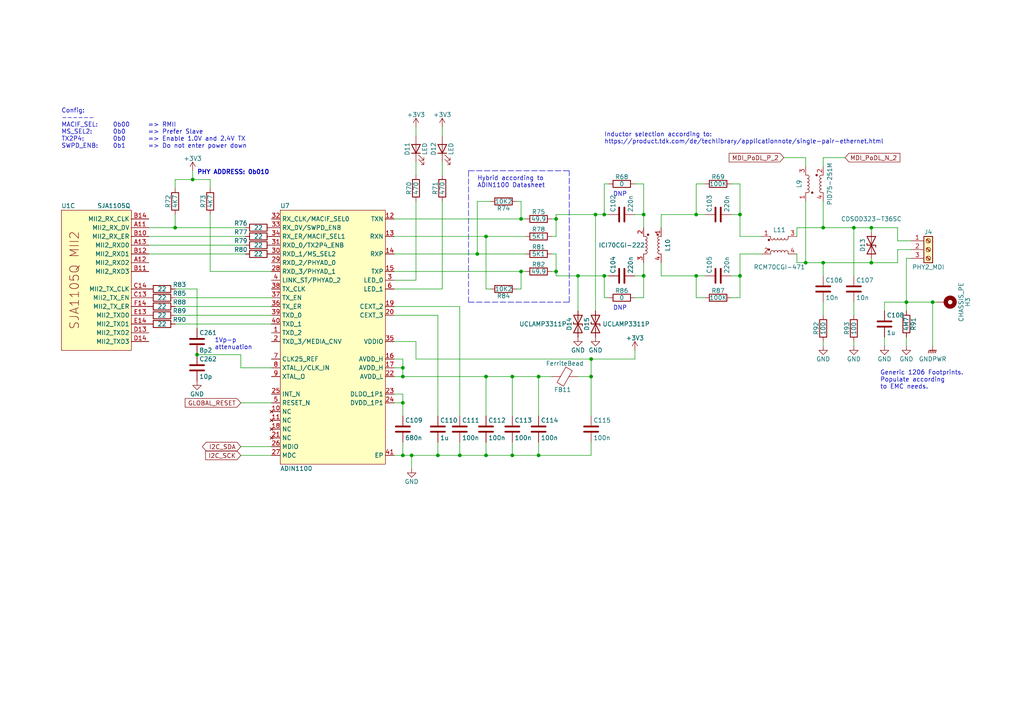
<source format=kicad_sch>
(kicad_sch (version 20211123) (generator eeschema)
  (paper "A4")
  (title_block (title "Open Hardware 10Base-T1L Switch") (date "2023-04-07") (rev "REV A") (company "Peter Heinrich") (comment 1 "Open Hardware License CERN-OHL-P v2") (comment 2 "https://github.com/peterheinrich/Open_10Base-T1L_Switch"))
  (lib_symbols
    (symbol "ADIN1100:ADIN1100"
      (property "Reference" "U" (at 0 1.27 0))
      (property "Value" "ADIN1100" (at 0 -74.93 0))
      (symbol "ADIN1100_1_1"
        (pin input line (at -2.54 -35.56 0) (length 2.54) (name "TXD_2") (number "1"))
        (pin no_connect line (at -2.54 -58.42 0) (length 2.54) (name "NC") (number "10"))
        (pin no_connect line (at -2.54 -60.96 0) (length 2.54) (name "NC") (number "11"))
        (pin bidirectional line (at 33.02 -2.54 180) (length 2.54) (name "TXN") (number "12"))
        (pin bidirectional line (at 33.02 -7.62 180) (length 2.54) (name "RXN") (number "13"))
        (pin bidirectional line (at 33.02 -12.7 180) (length 2.54) (name "RXP") (number "14"))
        (pin bidirectional line (at 33.02 -17.78 180) (length 2.54) (name "TXP") (number "15"))
        (pin power_in line (at 33.02 -43.18 180) (length 2.54) (name "AVDD_H") (number "16"))
        (pin power_in line (at 33.02 -45.72 180) (length 2.54) (name "AVDD_H") (number "17"))
        (pin no_connect line (at -2.54 -63.5 0) (length 2.54) (name "NC") (number "18"))
        (pin input line (at 33.02 -27.94 180) (length 2.54) (name "CEXT_2") (number "19"))
        (pin input line (at -2.54 -38.1 0) (length 2.54) (name "TXD_3/MEDIA_CNV") (number "2"))
        (pin input line (at 33.02 -30.48 180) (length 2.54) (name "CEXT_3") (number "20"))
        (pin no_connect line (at -2.54 -66.04 0) (length 2.54) (name "NC") (number "21"))
        (pin power_in line (at 33.02 -48.26 180) (length 2.54) (name "AVDD_L") (number "22"))
        (pin power_in line (at 33.02 -53.34 180) (length 2.54) (name "DLDO_1P1") (number "23"))
        (pin power_in line (at 33.02 -55.88 180) (length 2.54) (name "DVDD_1P1") (number "24"))
        (pin output line (at -2.54 -53.34 0) (length 2.54) (name "INT_N") (number "25"))
        (pin bidirectional line (at -2.54 -68.58 0) (length 2.54) (name "MDIO") (number "26"))
        (pin input line (at -2.54 -71.12 0) (length 2.54) (name "MDC") (number "27"))
        (pin output line (at -2.54 -17.78 0) (length 2.54) (name "RXD_3/PHYAD_1") (number "28"))
        (pin output line (at -2.54 -15.24 0) (length 2.54) (name "RXD_2/PHYAD_0") (number "29"))
        (pin output line (at 33.02 -20.32 180) (length 2.54) (name "LED_0") (number "3"))
        (pin output line (at -2.54 -12.7 0) (length 2.54) (name "RXD_1/MS_SEL2") (number "30"))
        (pin output line (at -2.54 -10.16 0) (length 2.54) (name "RXD_0/TX2P4_ENB") (number "31"))
        (pin output line (at -2.54 -2.54 0) (length 2.54) (name "RX_CLK/MACIF_SEL0") (number "32"))
        (pin output line (at -2.54 -5.08 0) (length 2.54) (name "RX_DV/SWPD_ENB") (number "33"))
        (pin output line (at -2.54 -7.62 0) (length 2.54) (name "RX_ER/MACIF_SEL1") (number "34"))
        (pin power_in line (at 33.02 -38.1 180) (length 2.54) (name "VDDIO") (number "35"))
        (pin input line (at -2.54 -27.94 0) (length 2.54) (name "TX_ER") (number "36"))
        (pin input line (at -2.54 -25.4 0) (length 2.54) (name "TX_EN") (number "37"))
        (pin output line (at -2.54 -22.86 0) (length 2.54) (name "TX_CLK") (number "38"))
        (pin input line (at -2.54 -30.48 0) (length 2.54) (name "TXD_0") (number "39"))
        (pin output line (at -2.54 -20.32 0) (length 2.54) (name "LINK_ST/PHYAD_2") (number "4"))
        (pin input line (at -2.54 -33.02 0) (length 2.54) (name "TXD_1") (number "40"))
        (pin power_in line (at 33.02 -71.12 180) (length 2.54) (name "EP") (number "41"))
        (pin input line (at -2.54 -55.88 0) (length 2.54) (name "RESET_N") (number "5"))
        (pin output line (at 33.02 -22.86 180) (length 2.54) (name "LED_1") (number "6"))
        (pin output line (at -2.54 -43.18 0) (length 2.54) (name "CLK25_REF") (number "7"))
        (pin input line (at -2.54 -45.72 0) (length 2.54) (name "XTAL_I/CLK_IN") (number "8"))
        (pin output line (at -2.54 -48.26 0) (length 2.54) (name "XTAL_O") (number "9"))
      )
    )
    (symbol "Connector:Screw_Terminal_01x03" (pin_names (offset 1.016) hide)
      (property "Reference" "J" (at 0 5.08 0))
      (property "Value" "Screw_Terminal_01x03" (at 0 -5.08 0))
      (symbol "Screw_Terminal_01x03_1_1"
        (pin passive line (at -5.08 2.54 0) (length 3.81) (name "Pin_1") (number "1"))
        (pin passive line (at -5.08 0 0) (length 3.81) (name "Pin_2") (number "2"))
        (pin passive line (at -5.08 -2.54 0) (length 3.81) (name "Pin_3") (number "3"))
      )
    )
    (symbol "Device:C" (pin_numbers hide) (pin_names (offset 0.254))
      (property "Reference" "C" (at 0.635 2.54 0))
      (property "Value" "C" (at 0.635 -2.54 0))
      (symbol "C_1_1"
        (pin passive line (at 0 3.81 270) (length 2.794) (name "~") (number "1"))
        (pin passive line (at 0 -3.81 90) (length 2.794) (name "~") (number "2"))
      )
    )
    (symbol "Device:D_TVS" (pin_numbers hide) (pin_names (offset 1.016) hide)
      (property "Reference" "D" (at 0 2.54 0))
      (property "Value" "D_TVS" (at 0 -2.54 0))
      (symbol "D_TVS_1_1"
        (pin passive line (at -3.81 0 0) (length 2.54) (name "A1") (number "1"))
        (pin passive line (at 3.81 0 180) (length 2.54) (name "A2") (number "2"))
      )
    )
    (symbol "Device:FerriteBead" (pin_numbers hide) (pin_names (offset 0))
      (property "Reference" "FB" (at -3.81 0.635 90))
      (property "Value" "FerriteBead" (at 3.81 0 90))
      (symbol "FerriteBead_1_1"
        (pin passive line (at 0 3.81 270) (length 2.54) (name "~") (number "1"))
        (pin passive line (at 0 -3.81 90) (length 2.54) (name "~") (number "2"))
      )
    )
    (symbol "Device:LED" (pin_numbers hide) (pin_names (offset 1.016) hide)
      (property "Reference" "D" (at 0 2.54 0))
      (property "Value" "LED" (at 0 -2.54 0))
      (symbol "LED_1_1"
        (pin passive line (at -3.81 0 0) (length 2.54) (name "K") (number "1"))
        (pin passive line (at 3.81 0 180) (length 2.54) (name "A") (number "2"))
      )
    )
    (symbol "Device:L_Coupled_1324" (pin_names (offset 0.254) hide)
      (property "Reference" "L" (at 0 4.445 0))
      (property "Value" "L_Coupled_1324" (at 0 -4.445 0))
      (symbol "L_Coupled_1324_1_1"
        (pin passive line (at -5.08 2.54 0) (length 2.54) (name "1") (number "1"))
        (pin passive line (at -5.08 -2.54 0) (length 2.54) (name "2") (number "2"))
        (pin passive line (at 5.08 2.54 180) (length 2.54) (name "3") (number "3"))
        (pin passive line (at 5.08 -2.54 180) (length 2.54) (name "4") (number "4"))
      )
    )
    (symbol "Device:L_Coupled_1423" (pin_names (offset 0.254) hide)
      (property "Reference" "L" (at 0 4.445 0))
      (property "Value" "L_Coupled_1423" (at 0 -4.445 0))
      (symbol "L_Coupled_1423_1_1"
        (pin passive line (at -5.08 2.54 0) (length 2.54) (name "1") (number "1"))
        (pin passive line (at -5.08 -2.54 0) (length 2.54) (name "2") (number "2"))
        (pin passive line (at 5.08 -2.54 180) (length 2.54) (name "3") (number "3"))
        (pin passive line (at 5.08 2.54 180) (length 2.54) (name "4") (number "4"))
      )
    )
    (symbol "Device:R" (pin_numbers hide) (pin_names (offset 0))
      (property "Reference" "R" (at 2.032 0 90))
      (property "Value" "R" (at 0 0 90))
      (symbol "R_1_1"
        (pin passive line (at 0 3.81 270) (length 1.27) (name "~") (number "1"))
        (pin passive line (at 0 -3.81 90) (length 1.27) (name "~") (number "2"))
      )
    )
    (symbol "L_differential_1324:L_Coupled_1324" (pin_names (offset 0.254) hide)
      (property "Reference" "L?" (at 0 4.445 0))
      (property "Value" "L_Coupled_1324" (at 0 -4.445 0))
      (symbol "L_Coupled_1324_1_1"
        (pin passive line (at -5.08 2.54 0) (length 2.54) (name "1") (number "1"))
        (pin passive line (at 5.08 -2.54 180) (length 2.54) (name "2") (number "2"))
        (pin passive line (at 5.08 2.54 180) (length 2.54) (name "3") (number "3"))
        (pin passive line (at -5.08 -2.54 0) (length 2.54) (name "4") (number "4"))
      )
    )
    (symbol "Mechanical:MountingHole_Pad" (pin_numbers hide) (pin_names (offset 1.016) hide)
      (property "Reference" "H" (at 0 6.35 0))
      (property "Value" "MountingHole_Pad" (at 0 4.445 0))
      (symbol "MountingHole_Pad_1_1"
        (pin input line (at 0 -2.54 90) (length 2.54) (name "1") (number "1"))
      )
    )
    (symbol "SJA1105Q:SJA1105Q"
      (property "Reference" "U" (at 0 1.27 0))
      (property "Value" "SJA1105Q" (at 15.24 1.27 0))
      (symbol "SJA1105Q_1_1"
        (text "SJA1105Q MII0" (at 3.81 -20.32 900) (effects (font (size 2.54 2.54))))
        (pin output line (at 25.4 -30.48 180) (length 5.08) (name "MII0_TXD0") (number "A2"))
        (pin output line (at 25.4 -27.94 180) (length 5.08) (name "MII0_TX_ER") (number "A3"))
        (pin output line (at 25.4 -33.02 180) (length 5.08) (name "MII0_TXD1") (number "B1"))
        (pin output line (at 25.4 -38.1 180) (length 5.08) (name "MII0_TXD3") (number "C1"))
        (pin output line (at 25.4 -35.56 180) (length 5.08) (name "MII0_TXD2") (number "C2"))
        (pin bidirectional line (at 25.4 -22.86 180) (length 5.08) (name "MII0_TX_CLK") (number "D1"))
        (pin output line (at 25.4 -25.4 180) (length 5.08) (name "MII0_TX_EN") (number "D2"))
        (pin input line (at 25.4 -10.16 180) (length 5.08) (name "MII0_RXD0") (number "E1"))
        (pin bidirectional line (at 25.4 -2.54 180) (length 5.08) (name "MII0_RX_CLK") (number "E2"))
        (pin input line (at 25.4 -15.24 180) (length 5.08) (name "MII0_RXD2") (number "F1"))
        (pin input line (at 25.4 -12.7 180) (length 5.08) (name "MII0_RXD1") (number "F2"))
        (pin input line (at 25.4 -5.08 180) (length 5.08) (name "MII0_RX_DV") (number "G1"))
        (pin input line (at 25.4 -17.78 180) (length 5.08) (name "MII0_RXD3") (number "G2"))
        (pin input line (at 25.4 -7.62 180) (length 5.08) (name "MII0_RX_ER") (number "H2"))
      )
      (symbol "SJA1105Q_2_1"
        (text "SJA1105Q MII1" (at 3.81 -20.32 900) (effects (font (size 2.54 2.54))))
        (pin output line (at 25.4 -27.94 180) (length 5.08) (name "MII1_TX_ER") (number "A10"))
        (pin input line (at 25.4 -5.08 180) (length 5.08) (name "MII1_RX_DV") (number "A4"))
        (pin input line (at 25.4 -15.24 180) (length 5.08) (name "MII1_RXD2") (number "A5"))
        (pin input line (at 25.4 -10.16 180) (length 5.08) (name "MII1_RXD0") (number "A6"))
        (pin bidirectional line (at 25.4 -22.86 180) (length 5.08) (name "MII1_TX_CLK") (number "A7"))
        (pin output line (at 25.4 -38.1 180) (length 5.08) (name "MII1_TXD3") (number "A8"))
        (pin output line (at 25.4 -33.02 180) (length 5.08) (name "MII1_TXD1") (number "A9"))
        (pin input line (at 25.4 -7.62 180) (length 5.08) (name "MII1_RX_ER") (number "B3"))
        (pin input line (at 25.4 -17.78 180) (length 5.08) (name "MII1_RXD3") (number "B4"))
        (pin input line (at 25.4 -12.7 180) (length 5.08) (name "MII1_RXD1") (number "B5"))
        (pin bidirectional line (at 25.4 -2.54 180) (length 5.08) (name "MII1_RX_CLK") (number "B6"))
        (pin output line (at 25.4 -25.4 180) (length 5.08) (name "MII1_TX_EN") (number "B7"))
        (pin output line (at 25.4 -35.56 180) (length 5.08) (name "MII1_TXD2") (number "B8"))
        (pin output line (at 25.4 -30.48 180) (length 5.08) (name "MII1_TXD0") (number "B9"))
      )
      (symbol "SJA1105Q_3_1"
        (text "SJA1105Q MII2" (at 3.81 -20.32 900) (effects (font (size 2.54 2.54))))
        (pin input line (at 25.4 -5.08 180) (length 5.08) (name "MII2_RX_DV") (number "A11"))
        (pin input line (at 25.4 -15.24 180) (length 5.08) (name "MII2_RXD2") (number "A12"))
        (pin input line (at 25.4 -10.16 180) (length 5.08) (name "MII2_RXD0") (number "A13"))
        (pin input line (at 25.4 -7.62 180) (length 5.08) (name "MII2_RX_ER") (number "B10"))
        (pin input line (at 25.4 -17.78 180) (length 5.08) (name "MII2_RXD3") (number "B11"))
        (pin input line (at 25.4 -12.7 180) (length 5.08) (name "MII2_RXD1") (number "B12"))
        (pin bidirectional line (at 25.4 -2.54 180) (length 5.08) (name "MII2_RX_CLK") (number "B14"))
        (pin output line (at 25.4 -25.4 180) (length 5.08) (name "MII2_TX_EN") (number "C13"))
        (pin bidirectional line (at 25.4 -22.86 180) (length 5.08) (name "MII2_TX_CLK") (number "C14"))
        (pin output line (at 25.4 -35.56 180) (length 5.08) (name "MII2_TXD2") (number "D13"))
        (pin output line (at 25.4 -38.1 180) (length 5.08) (name "MII2_TXD3") (number "D14"))
        (pin output line (at 25.4 -30.48 180) (length 5.08) (name "MII2_TXD0") (number "E13"))
        (pin output line (at 25.4 -33.02 180) (length 5.08) (name "MII2_TXD1") (number "E14"))
        (pin output line (at 25.4 -27.94 180) (length 5.08) (name "MII2_TX_ER") (number "F14"))
      )
      (symbol "SJA1105Q_4_1"
        (text "SJA1105Q MII3" (at 3.81 -20.32 900) (effects (font (size 2.54 2.54))))
        (pin input line (at 25.4 -7.62 180) (length 5.08) (name "MII3_RX_ER") (number "F13"))
        (pin input line (at 25.4 -17.78 180) (length 5.08) (name "MII3_RXD3") (number "G13"))
        (pin input line (at 25.4 -5.08 180) (length 5.08) (name "MII3_RX_DV") (number "G14"))
        (pin input line (at 25.4 -12.7 180) (length 5.08) (name "MII3_RXD1") (number "H13"))
        (pin input line (at 25.4 -15.24 180) (length 5.08) (name "MII3_RXD2") (number "H14"))
        (pin bidirectional line (at 25.4 -2.54 180) (length 5.08) (name "MII3_RX_CLK") (number "J13"))
        (pin input line (at 25.4 -10.16 180) (length 5.08) (name "MII3_RXD0") (number "J14"))
        (pin output line (at 25.4 -25.4 180) (length 5.08) (name "MII3_TX_EN") (number "K13"))
        (pin bidirectional line (at 25.4 -22.86 180) (length 5.08) (name "MII3_TX_CLK") (number "K14"))
        (pin output line (at 25.4 -35.56 180) (length 5.08) (name "MII3_TXD2") (number "L13"))
        (pin output line (at 25.4 -38.1 180) (length 5.08) (name "MII3_TXD3") (number "L14"))
        (pin output line (at 25.4 -30.48 180) (length 5.08) (name "MII3_TXD0") (number "M13"))
        (pin output line (at 25.4 -33.02 180) (length 5.08) (name "MII3_TXD1") (number "M14"))
        (pin output line (at 25.4 -27.94 180) (length 5.08) (name "MII3_TX_ER") (number "N14"))
      )
      (symbol "SJA1105Q_5_1"
        (text "SJA1105Q MII4" (at 3.81 -20.32 900) (effects (font (size 2.54 2.54))))
        (pin input line (at 25.4 -10.16 180) (length 5.08) (name "MII4_RXD0") (number "N10"))
        (pin input line (at 25.4 -15.24 180) (length 5.08) (name "MII4_RXD2") (number "N11"))
        (pin input line (at 25.4 -5.08 180) (length 5.08) (name "MII4_RX_DV") (number "N12"))
        (pin output line (at 25.4 -33.02 180) (length 5.08) (name "MII4_TXD1") (number "N7"))
        (pin output line (at 25.4 -38.1 180) (length 5.08) (name "MII4_TXD3") (number "N8"))
        (pin bidirectional line (at 25.4 -22.86 180) (length 5.08) (name "MII4_TX_CLK") (number "N9"))
        (pin bidirectional line (at 25.4 -2.54 180) (length 5.08) (name "MII4_RX_CLK") (number "P10"))
        (pin input line (at 25.4 -12.7 180) (length 5.08) (name "MII4_RXD1") (number "P11"))
        (pin input line (at 25.4 -17.78 180) (length 5.08) (name "MII4_RXD3") (number "P12"))
        (pin input line (at 25.4 -7.62 180) (length 5.08) (name "MII4_RX_ER") (number "P13"))
        (pin output line (at 25.4 -27.94 180) (length 5.08) (name "MII4_TX_ER") (number "P6"))
        (pin output line (at 25.4 -30.48 180) (length 5.08) (name "MII4_TXD0") (number "P7"))
        (pin output line (at 25.4 -35.56 180) (length 5.08) (name "MII4_TXD2") (number "P8"))
        (pin output line (at 25.4 -25.4 180) (length 5.08) (name "MII4_TX_EN") (number "P9"))
      )
      (symbol "SJA1105Q_6_1"
        (text "SJA1105Q CLK" (at 15.24 -17.78 900) (effects (font (size 2.54 2.54))))
        (pin output line (at -5.08 -2.54 0) (length 5.08) (name "CLK_OUT") (number "H1"))
        (pin input line (at -5.08 -20.32 0) (length 5.08) (name "OSC_IN") (number "K2"))
        (pin output line (at -5.08 -7.62 0) (length 5.08) (name "OSC_OUT") (number "L1"))
        (pin power_in line (at 33.02 -17.78 180) (length 5.08) (name "i.c.") (number "L4"))
        (pin input line (at 33.02 -2.54 180) (length 5.08) (name "TRST_N") (number "M1"))
        (pin input line (at 33.02 -10.16 180) (length 5.08) (name "TDI") (number "M2"))
        (pin input line (at 33.02 -12.7 180) (length 5.08) (name "TCK") (number "N1"))
        (pin output line (at 33.02 -7.62 180) (length 5.08) (name "TDO") (number "N3"))
        (pin bidirectional line (at -5.08 -33.02 0) (length 5.08) (name "PTP_CLK") (number "N4"))
        (pin input line (at 33.02 -25.4 180) (length 5.08) (name "SDI") (number "N5"))
        (pin input line (at 33.02 -30.48 180) (length 5.08) (name "SS_N") (number "N6"))
        (pin input line (at 33.02 -5.08 180) (length 5.08) (name "TMS") (number "P2"))
        (pin input line (at 33.02 -33.02 180) (length 5.08) (name "RST_N") (number "P3"))
        (pin output line (at 33.02 -27.94 180) (length 5.08) (name "SDO") (number "P4"))
        (pin input line (at 33.02 -22.86 180) (length 5.08) (name "SCK") (number "P5"))
      )
      (symbol "SJA1105Q_7_1"
        (text "SJA1105Q Power" (at 12.7 -48.26 900) (effects (font (size 2.54 2.54))))
        (pin power_in line (at -5.08 -2.54 0) (length 5.08) (name "VSS") (number "A1"))
        (pin power_in line (at 33.02 -88.9 180) (length 5.08) (name "VSS") (number "A14"))
        (pin power_in line (at 33.02 -83.82 180) (length 5.08) (name "VSS") (number "B13"))
        (pin power_in line (at 33.02 -48.26 180) (length 5.08) (name "VDDIO_MII2") (number "D10"))
        (pin power_in line (at 33.02 -50.8 180) (length 5.08) (name "VDDIO_MII2") (number "D11"))
        (pin power_in line (at 33.02 -33.02 180) (length 5.08) (name "VDDIO_MII0") (number "D4"))
        (pin power_in line (at 33.02 -40.64 180) (length 5.08) (name "VDDIO_MII1") (number "D5"))
        (pin power_in line (at 33.02 -7.62 180) (length 5.08) (name "VDD_CORE") (number "D6"))
        (pin power_in line (at 33.02 -43.18 180) (length 5.08) (name "VDDIO_MII1") (number "D7"))
        (pin power_in line (at 33.02 -45.72 180) (length 5.08) (name "VDDIO_MII1") (number "D8"))
        (pin power_in line (at 33.02 -12.7 180) (length 5.08) (name "VDD_CORE") (number "D9"))
        (pin power_in line (at -5.08 -91.44 0) (length 5.08) (name "VSS") (number "E10"))
        (pin power_in line (at 33.02 -53.34 180) (length 5.08) (name "VDDIO_MII2") (number "E11"))
        (pin power_in line (at 33.02 -35.56 180) (length 5.08) (name "VDDIO_MII0") (number "E4"))
        (pin power_in line (at -5.08 -12.7 0) (length 5.08) (name "VSS") (number "E5"))
        (pin power_in line (at -5.08 -27.94 0) (length 5.08) (name "VSS") (number "E6"))
        (pin power_in line (at -5.08 -43.18 0) (length 5.08) (name "VSS") (number "E7"))
        (pin power_in line (at -5.08 -60.96 0) (length 5.08) (name "VSS") (number "E8"))
        (pin power_in line (at -5.08 -76.2 0) (length 5.08) (name "VSS") (number "E9"))
        (pin power_in line (at -5.08 -93.98 0) (length 5.08) (name "VSS") (number "F10"))
        (pin power_in line (at 33.02 -17.78 180) (length 5.08) (name "VDD_CORE") (number "F11"))
        (pin power_in line (at 33.02 -2.54 180) (length 5.08) (name "VDD_CORE") (number "F4"))
        (pin power_in line (at -5.08 -15.24 0) (length 5.08) (name "VSS") (number "F5"))
        (pin power_in line (at -5.08 -30.48 0) (length 5.08) (name "VSS") (number "F6"))
        (pin power_in line (at -5.08 -45.72 0) (length 5.08) (name "VSS") (number "F7"))
        (pin power_in line (at -5.08 -63.5 0) (length 5.08) (name "VSS") (number "F8"))
        (pin power_in line (at -5.08 -78.74 0) (length 5.08) (name "VSS") (number "F9"))
        (pin power_in line (at -5.08 -96.52 0) (length 5.08) (name "VSS") (number "G10"))
        (pin power_in line (at 33.02 -55.88 180) (length 5.08) (name "VDDIO_MII3") (number "G11"))
        (pin power_in line (at 33.02 -38.1 180) (length 5.08) (name "VDDIO_MII0") (number "G4"))
        (pin power_in line (at -5.08 -17.78 0) (length 5.08) (name "VSS") (number "G5"))
        (pin power_in line (at -5.08 -33.02 0) (length 5.08) (name "VSS") (number "G6"))
        (pin power_in line (at -5.08 -48.26 0) (length 5.08) (name "VSS") (number "G7"))
        (pin power_in line (at -5.08 -66.04 0) (length 5.08) (name "VSS") (number "G8"))
        (pin power_in line (at -5.08 -81.28 0) (length 5.08) (name "VSS") (number "G9"))
        (pin power_in line (at 33.02 -76.2 180) (length 5.08) (name "VSS") (number "H10"))
        (pin power_in line (at 33.02 -58.42 180) (length 5.08) (name "VDDIO_MII3") (number "H11"))
        (pin power_in line (at 33.02 -27.94 180) (length 5.08) (name "VDDIO_CLO") (number "H4"))
        (pin power_in line (at -5.08 -20.32 0) (length 5.08) (name "VSS") (number "H5"))
        (pin power_in line (at -5.08 -35.56 0) (length 5.08) (name "VSS") (number "H6"))
        (pin power_in line (at -5.08 -50.8 0) (length 5.08) (name "VSS") (number "H7"))
        (pin power_in line (at -5.08 -68.58 0) (length 5.08) (name "VSS") (number "H8"))
        (pin power_in line (at -5.08 -83.82 0) (length 5.08) (name "VSS") (number "H9"))
        (pin power_in line (at 33.02 -25.4 180) (length 5.08) (name "VDDA_PLL") (number "J1"))
        (pin power_in line (at 33.02 -78.74 180) (length 5.08) (name "VSS") (number "J10"))
        (pin power_in line (at 33.02 -20.32 180) (length 5.08) (name "VDD_CORE") (number "J11"))
        (pin power_in line (at 33.02 -96.52 180) (length 5.08) (name "VSSA_PLL") (number "J2"))
        (pin power_in line (at 33.02 -5.08 180) (length 5.08) (name "VDD_CORE") (number "J4"))
        (pin power_in line (at -5.08 -22.86 0) (length 5.08) (name "VSS") (number "J5"))
        (pin power_in line (at -5.08 -38.1 0) (length 5.08) (name "VSS") (number "J6"))
        (pin power_in line (at -5.08 -53.34 0) (length 5.08) (name "VSS") (number "J7"))
        (pin power_in line (at -5.08 -71.12 0) (length 5.08) (name "VSS") (number "J8"))
        (pin power_in line (at -5.08 -86.36 0) (length 5.08) (name "VSS") (number "J9"))
        (pin power_in line (at 33.02 -22.86 180) (length 5.08) (name "VDDA_OSC") (number "K1"))
        (pin power_in line (at 33.02 -81.28 180) (length 5.08) (name "VSS") (number "K10"))
        (pin power_in line (at 33.02 -60.96 180) (length 5.08) (name "VDDIO_MII3") (number "K11"))
        (pin power_in line (at -5.08 -10.16 0) (length 5.08) (name "VSS") (number "K4"))
        (pin power_in line (at -5.08 -25.4 0) (length 5.08) (name "VSS") (number "K5"))
        (pin power_in line (at -5.08 -40.64 0) (length 5.08) (name "VSS") (number "K6"))
        (pin power_in line (at -5.08 -55.88 0) (length 5.08) (name "VSS") (number "K7"))
        (pin power_in line (at -5.08 -73.66 0) (length 5.08) (name "VSS") (number "K8"))
        (pin power_in line (at -5.08 -88.9 0) (length 5.08) (name "VSS") (number "K9"))
        (pin power_in line (at 33.02 -66.04 180) (length 5.08) (name "VDDIO_MII4") (number "L10"))
        (pin power_in line (at 33.02 -68.58 180) (length 5.08) (name "VDDIO_MII4") (number "L11"))
        (pin power_in line (at 33.02 -93.98 180) (length 5.08) (name "VSSA_OSC") (number "L2"))
        (pin power_in line (at 33.02 -30.48 180) (length 5.08) (name "VDDIO_HOST") (number "L5"))
        (pin power_in line (at 33.02 -10.16 180) (length 5.08) (name "VDD_CORE") (number "L6"))
        (pin power_in line (at -5.08 -58.42 0) (length 5.08) (name "VSS") (number "L7"))
        (pin power_in line (at 33.02 -63.5 180) (length 5.08) (name "VDDIO_MII4") (number "L8"))
        (pin power_in line (at 33.02 -15.24 180) (length 5.08) (name "VDD_CORE") (number "L9"))
        (pin power_in line (at 33.02 -86.36 180) (length 5.08) (name "VSS") (number "N13"))
        (pin power_in line (at -5.08 -7.62 0) (length 5.08) (name "VSS") (number "N2"))
        (pin power_in line (at -5.08 -5.08 0) (length 5.08) (name "VSS") (number "P1"))
        (pin power_in line (at 33.02 -91.44 180) (length 5.08) (name "VSS") (number "P14"))
      )
    )
    (symbol "power:+3V3" (power) (pin_names (offset 0))
      (property "Value" "+3V3" (at 0 3.556 0))
      (symbol "+3V3_1_1"
        (pin power_in line (at 0 0 90) (length 0) hide (name "+3V3") (number "1"))
      )
    )
    (symbol "power:GND" (power) (pin_names (offset 0))
      (property "Value" "GND" (at 0 -3.81 0))
      (symbol "GND_1_1"
        (pin power_in line (at 0 0 270) (length 0) hide (name "GND") (number "1"))
      )
    )
    (symbol "power:GNDPWR" (power) (pin_names (offset 0))
      (property "Value" "GNDPWR" (at 0 -3.302 0))
      (symbol "GNDPWR_1_1"
        (pin power_in line (at 0 0 270) (length 0) hide (name "GNDPWR") (number "1"))
      )
    )
  )
  (junction (at 252.73 76.2))
  (junction (at 233.68 76.2))
  (junction (at 270.51 87.63))
  (junction (at 156.21 109.22))
  (junction (at 214.63 62.23))
  (junction (at 140.97 68.58))
  (junction (at 116.84 106.68))
  (junction (at 175.26 62.23))
  (junction (at 57.15 102.87))
  (junction (at 151.13 78.74))
  (junction (at 138.43 73.66))
  (junction (at 201.93 80.01))
  (junction (at 247.65 66.04))
  (junction (at 116.84 116.84))
  (junction (at 133.35 132.08))
  (junction (at 262.89 87.63))
  (junction (at 140.97 132.08))
  (junction (at 161.29 78.74))
  (junction (at 252.73 66.04))
  (junction (at 201.93 62.23))
  (junction (at 127 132.08))
  (junction (at 171.45 109.22))
  (junction (at 238.76 76.2))
  (junction (at 186.69 62.23))
  (junction (at 161.29 63.5))
  (junction (at 214.63 80.01))
  (junction (at 116.84 132.08))
  (junction (at 148.59 132.08))
  (junction (at 186.69 80.01))
  (junction (at 156.21 132.08))
  (junction (at 148.59 109.22))
  (junction (at 55.88 52.07))
  (junction (at 175.26 80.01))
  (junction (at 151.13 63.5))
  (junction (at 50.8 66.04))
  (junction (at 119.38 132.08))
  (junction (at 171.45 104.14))
  (junction (at 167.64 80.01))
  (junction (at 238.76 66.04))
  (junction (at 172.72 62.23))
  (junction (at 116.84 109.22))
  (junction (at 140.97 109.22))
  (wire (pts (xy 252.73 66.04) (xy 260.35 66.04)))
  (wire (pts (xy 69.85 106.68) (xy 78.74 106.68)))
  (wire (pts (xy 238.76 48.26) (xy 238.76 45.72)))
  (wire (pts (xy 233.68 76.2) (xy 238.76 76.2)))
  (wire (pts (xy 184.15 62.23) (xy 186.69 62.23)))
  (wire (pts (xy 171.45 104.14) (xy 184.15 104.14)))
  (wire (pts (xy 260.35 72.39) (xy 260.35 76.2)))
  (wire (pts (xy 167.64 80.01) (xy 167.64 90.17)))
  (wire (pts (xy 214.63 62.23) (xy 214.63 68.58)))
  (wire (pts (xy 262.89 87.63) (xy 262.89 90.17)))
  (wire (pts (xy 55.88 52.07) (xy 60.96 52.07)))
  (wire (pts (xy 201.93 62.23) (xy 204.47 62.23)))
  (wire (pts (xy 160.02 73.66) (xy 161.29 73.66)))
  (wire (pts (xy 128.27 46.99) (xy 128.27 50.8)))
  (wire (pts (xy 186.69 62.23) (xy 186.69 66.04)))
  (wire (pts (xy 247.65 66.04) (xy 252.73 66.04)))
  (wire (pts (xy 191.77 62.23) (xy 201.93 62.23)))
  (wire (pts (xy 151.13 78.74) (xy 152.4 78.74)))
  (wire (pts (xy 127 91.44) (xy 114.3 91.44)))
  (wire (pts (xy 114.3 106.68) (xy 116.84 106.68)))
  (wire (pts (xy 212.09 62.23) (xy 214.63 62.23)))
  (wire (pts (xy 171.45 104.14) (xy 171.45 109.22)))
  (wire (pts (xy 50.8 91.44) (xy 78.74 91.44)))
  (wire (pts (xy 140.97 132.08) (xy 148.59 132.08)))
  (wire (pts (xy 264.16 69.85) (xy 260.35 69.85)))
  (polyline (pts (xy 135.89 49.53) (xy 135.89 87.63)))
  (wire (pts (xy 231.14 76.2) (xy 233.68 76.2)))
  (wire (pts (xy 186.69 80.01) (xy 186.69 76.2)))
  (wire (pts (xy 140.97 68.58) (xy 152.4 68.58)))
  (wire (pts (xy 114.3 114.3) (xy 116.84 114.3)))
  (wire (pts (xy 114.3 78.74) (xy 151.13 78.74)))
  (wire (pts (xy 128.27 36.83) (xy 128.27 39.37)))
  (wire (pts (xy 201.93 80.01) (xy 204.47 80.01)))
  (wire (pts (xy 60.96 78.74) (xy 78.74 78.74)))
  (wire (pts (xy 116.84 104.14) (xy 116.84 106.68)))
  (wire (pts (xy 133.35 128.27) (xy 133.35 132.08)))
  (wire (pts (xy 186.69 53.34) (xy 186.69 62.23)))
  (wire (pts (xy 176.53 86.36) (xy 175.26 86.36)))
  (wire (pts (xy 172.72 62.23) (xy 175.26 62.23)))
  (wire (pts (xy 201.93 86.36) (xy 201.93 80.01)))
  (wire (pts (xy 171.45 109.22) (xy 167.64 109.22)))
  (wire (pts (xy 161.29 80.01) (xy 167.64 80.01)))
  (wire (pts (xy 114.3 104.14) (xy 116.84 104.14)))
  (wire (pts (xy 238.76 66.04) (xy 247.65 66.04)))
  (wire (pts (xy 161.29 80.01) (xy 161.29 78.74)))
  (wire (pts (xy 148.59 109.22) (xy 140.97 109.22)))
  (wire (pts (xy 191.77 80.01) (xy 191.77 76.2)))
  (wire (pts (xy 238.76 45.72) (xy 245.11 45.72)))
  (wire (pts (xy 172.72 62.23) (xy 172.72 90.17)))
  (wire (pts (xy 120.65 104.14) (xy 171.45 104.14)))
  (wire (pts (xy 133.35 88.9) (xy 133.35 120.65)))
  (wire (pts (xy 233.68 45.72) (xy 233.68 48.26)))
  (wire (pts (xy 142.24 83.82) (xy 140.97 83.82)))
  (wire (pts (xy 214.63 86.36) (xy 214.63 80.01)))
  (wire (pts (xy 120.65 81.28) (xy 114.3 81.28)))
  (wire (pts (xy 142.24 58.42) (xy 138.43 58.42)))
  (wire (pts (xy 148.59 132.08) (xy 156.21 132.08)))
  (polyline (pts (xy 165.1 87.63) (xy 165.1 49.53)))
  (wire (pts (xy 151.13 58.42) (xy 151.13 63.5)))
  (wire (pts (xy 120.65 99.06) (xy 120.65 104.14)))
  (wire (pts (xy 69.85 132.08) (xy 78.74 132.08)))
  (wire (pts (xy 256.54 87.63) (xy 256.54 90.17)))
  (wire (pts (xy 50.8 93.98) (xy 78.74 93.98)))
  (wire (pts (xy 186.69 86.36) (xy 186.69 80.01)))
  (wire (pts (xy 116.84 132.08) (xy 119.38 132.08)))
  (wire (pts (xy 214.63 53.34) (xy 214.63 62.23)))
  (wire (pts (xy 191.77 80.01) (xy 201.93 80.01)))
  (wire (pts (xy 262.89 74.93) (xy 264.16 74.93)))
  (wire (pts (xy 60.96 52.07) (xy 60.96 54.61)))
  (wire (pts (xy 171.45 132.08) (xy 171.45 128.27)))
  (wire (pts (xy 127 120.65) (xy 127 91.44)))
  (wire (pts (xy 114.3 99.06) (xy 120.65 99.06)))
  (wire (pts (xy 128.27 83.82) (xy 128.27 58.42)))
  (wire (pts (xy 247.65 87.63) (xy 247.65 91.44)))
  (wire (pts (xy 151.13 78.74) (xy 151.13 83.82)))
  (wire (pts (xy 50.8 83.82) (xy 57.15 83.82)))
  (wire (pts (xy 57.15 102.87) (xy 69.85 102.87)))
  (wire (pts (xy 140.97 109.22) (xy 116.84 109.22)))
  (wire (pts (xy 140.97 68.58) (xy 140.97 83.82)))
  (wire (pts (xy 43.18 68.58) (xy 71.12 68.58)))
  (wire (pts (xy 262.89 87.63) (xy 262.89 74.93)))
  (wire (pts (xy 43.18 73.66) (xy 71.12 73.66)))
  (wire (pts (xy 212.09 53.34) (xy 214.63 53.34)))
  (wire (pts (xy 231.14 76.2) (xy 231.14 73.66)))
  (wire (pts (xy 204.47 86.36) (xy 201.93 86.36)))
  (wire (pts (xy 50.8 62.23) (xy 50.8 66.04)))
  (wire (pts (xy 116.84 106.68) (xy 116.84 109.22)))
  (wire (pts (xy 233.68 58.42) (xy 233.68 76.2)))
  (wire (pts (xy 212.09 86.36) (xy 214.63 86.36)))
  (wire (pts (xy 220.98 68.58) (xy 214.63 68.58)))
  (wire (pts (xy 252.73 74.93) (xy 252.73 76.2)))
  (wire (pts (xy 148.59 132.08) (xy 148.59 128.27)))
  (wire (pts (xy 149.86 83.82) (xy 151.13 83.82)))
  (wire (pts (xy 140.97 132.08) (xy 140.97 128.27)))
  (wire (pts (xy 114.3 83.82) (xy 128.27 83.82)))
  (wire (pts (xy 57.15 83.82) (xy 57.15 95.25)))
  (wire (pts (xy 256.54 97.79) (xy 256.54 100.33)))
  (wire (pts (xy 227.33 45.72) (xy 233.68 45.72)))
  (wire (pts (xy 214.63 73.66) (xy 214.63 80.01)))
  (wire (pts (xy 55.88 49.53) (xy 55.88 52.07)))
  (wire (pts (xy 176.53 80.01) (xy 175.26 80.01)))
  (wire (pts (xy 231.14 66.04) (xy 238.76 66.04)))
  (wire (pts (xy 156.21 109.22) (xy 160.02 109.22)))
  (wire (pts (xy 114.3 63.5) (xy 151.13 63.5)))
  (polyline (pts (xy 135.89 87.63) (xy 165.1 87.63)))
  (wire (pts (xy 238.76 58.42) (xy 238.76 66.04)))
  (wire (pts (xy 138.43 58.42) (xy 138.43 73.66)))
  (wire (pts (xy 50.8 66.04) (xy 71.12 66.04)))
  (wire (pts (xy 271.78 87.63) (xy 270.51 87.63)))
  (wire (pts (xy 151.13 63.5) (xy 152.4 63.5)))
  (wire (pts (xy 116.84 116.84) (xy 114.3 116.84)))
  (wire (pts (xy 119.38 132.08) (xy 119.38 135.89)))
  (wire (pts (xy 184.15 86.36) (xy 186.69 86.36)))
  (wire (pts (xy 69.85 129.54) (xy 78.74 129.54)))
  (wire (pts (xy 50.8 54.61) (xy 50.8 52.07)))
  (wire (pts (xy 138.43 73.66) (xy 152.4 73.66)))
  (wire (pts (xy 161.29 62.23) (xy 161.29 63.5)))
  (wire (pts (xy 252.73 76.2) (xy 260.35 76.2)))
  (wire (pts (xy 247.65 99.06) (xy 247.65 100.33)))
  (wire (pts (xy 191.77 62.23) (xy 191.77 66.04)))
  (wire (pts (xy 238.76 76.2) (xy 238.76 80.01)))
  (wire (pts (xy 149.86 58.42) (xy 151.13 58.42)))
  (wire (pts (xy 116.84 114.3) (xy 116.84 116.84)))
  (wire (pts (xy 114.3 132.08) (xy 116.84 132.08)))
  (wire (pts (xy 50.8 52.07) (xy 55.88 52.07)))
  (wire (pts (xy 247.65 66.04) (xy 247.65 80.01)))
  (wire (pts (xy 133.35 132.08) (xy 140.97 132.08)))
  (wire (pts (xy 171.45 109.22) (xy 171.45 120.65)))
  (wire (pts (xy 175.26 86.36) (xy 175.26 80.01)))
  (wire (pts (xy 175.26 53.34) (xy 175.26 62.23)))
  (wire (pts (xy 262.89 87.63) (xy 256.54 87.63)))
  (wire (pts (xy 161.29 63.5) (xy 161.29 68.58)))
  (wire (pts (xy 43.18 71.12) (xy 71.12 71.12)))
  (wire (pts (xy 175.26 62.23) (xy 176.53 62.23)))
  (wire (pts (xy 116.84 116.84) (xy 116.84 120.65)))
  (wire (pts (xy 270.51 87.63) (xy 270.51 100.33)))
  (wire (pts (xy 201.93 53.34) (xy 201.93 62.23)))
  (wire (pts (xy 116.84 128.27) (xy 116.84 132.08)))
  (wire (pts (xy 160.02 78.74) (xy 161.29 78.74)))
  (wire (pts (xy 156.21 109.22) (xy 148.59 109.22)))
  (wire (pts (xy 260.35 69.85) (xy 260.35 66.04)))
  (wire (pts (xy 148.59 120.65) (xy 148.59 109.22)))
  (wire (pts (xy 133.35 132.08) (xy 127 132.08)))
  (wire (pts (xy 120.65 58.42) (xy 120.65 81.28)))
  (wire (pts (xy 116.84 109.22) (xy 114.3 109.22)))
  (wire (pts (xy 238.76 87.63) (xy 238.76 91.44)))
  (polyline (pts (xy 135.89 49.53) (xy 165.1 49.53)))
  (wire (pts (xy 270.51 87.63) (xy 262.89 87.63)))
  (wire (pts (xy 127 132.08) (xy 127 128.27)))
  (wire (pts (xy 262.89 97.79) (xy 262.89 100.33)))
  (wire (pts (xy 114.3 68.58) (xy 140.97 68.58)))
  (wire (pts (xy 114.3 88.9) (xy 133.35 88.9)))
  (wire (pts (xy 184.15 80.01) (xy 186.69 80.01)))
  (wire (pts (xy 43.18 66.04) (xy 50.8 66.04)))
  (wire (pts (xy 120.65 36.83) (xy 120.65 39.37)))
  (wire (pts (xy 120.65 46.99) (xy 120.65 50.8)))
  (wire (pts (xy 50.8 88.9) (xy 78.74 88.9)))
  (wire (pts (xy 252.73 66.04) (xy 252.73 67.31)))
  (wire (pts (xy 184.15 104.14) (xy 184.15 101.6)))
  (wire (pts (xy 176.53 53.34) (xy 175.26 53.34)))
  (wire (pts (xy 160.02 63.5) (xy 161.29 63.5)))
  (wire (pts (xy 264.16 72.39) (xy 260.35 72.39)))
  (wire (pts (xy 231.14 66.04) (xy 231.14 68.58)))
  (wire (pts (xy 69.85 116.84) (xy 78.74 116.84)))
  (wire (pts (xy 238.76 76.2) (xy 252.73 76.2)))
  (wire (pts (xy 220.98 73.66) (xy 214.63 73.66)))
  (wire (pts (xy 156.21 120.65) (xy 156.21 109.22)))
  (wire (pts (xy 238.76 99.06) (xy 238.76 100.33)))
  (wire (pts (xy 161.29 62.23) (xy 172.72 62.23)))
  (wire (pts (xy 160.02 68.58) (xy 161.29 68.58)))
  (wire (pts (xy 175.26 80.01) (xy 167.64 80.01)))
  (wire (pts (xy 156.21 132.08) (xy 171.45 132.08)))
  (wire (pts (xy 69.85 102.87) (xy 69.85 106.68)))
  (wire (pts (xy 204.47 53.34) (xy 201.93 53.34)))
  (wire (pts (xy 184.15 53.34) (xy 186.69 53.34)))
  (wire (pts (xy 114.3 73.66) (xy 138.43 73.66)))
  (wire (pts (xy 161.29 78.74) (xy 161.29 73.66)))
  (wire (pts (xy 119.38 132.08) (xy 127 132.08)))
  (wire (pts (xy 60.96 62.23) (xy 60.96 78.74)))
  (wire (pts (xy 50.8 86.36) (xy 78.74 86.36)))
  (wire (pts (xy 156.21 132.08) (xy 156.21 128.27)))
  (wire (pts (xy 214.63 80.01) (xy 212.09 80.01)))
  (wire (pts (xy 140.97 120.65) (xy 140.97 109.22)))
  (text "Config:\n------\nMACIF_SEL: 	0b00 	=> RMII\nMS_SEL2: 	0b0 	=> Prefer Slave\nTX2P4: 		0b0 	=> Enable 1.0V and 2.4V TX\nSWPD_ENB: 	0b1 	=> Do not enter power down" (at 17.78 43.18 0) (effects (font (size 1.27 1.27)) (justify left bottom)))
  (text "Inductor selection according to:\nhttps://product.tdk.com/de/techlibrary/applicationnote/single-pair-ethernet.html" (at 175.26 41.91 0) (effects (font (size 1.27 1.27)) (justify left bottom)))
  (text "DNP" (at 177.8 57.15 0) (effects (font (size 1.27 1.27)) (justify left bottom)))
  (text "1Vp-p\nattenuation" (at 62.23 101.6 0) (effects (font (size 1.27 1.27)) (justify left bottom)))
  (text "Generic 1206 Footprints.\nPopulate according \nto EMC needs." (at 255.27 113.03 0) (effects (font (size 1.27 1.27)) (justify left bottom)))
  (text "Hybrid according to\nADIN1100 Datasheet" (at 138.43 54.61 0) (effects (font (size 1.27 1.27)) (justify left bottom)))
  (text "DNP" (at 177.8 90.17 0) (effects (font (size 1.27 1.27)) (justify left bottom)))
  (text "PHY ADDRESS: 0b010" (at 57.15 50.8 0) (effects (font (size 1.27 1.27) bold) (justify left bottom)))
  (global_label "MDI_PoDL_N_2" (shape input) (at 245.11 45.72 0) (property "Intersheet References" "${INTERSHEET_REFS}" (effects hide)))
  (global_label "MDI_PoDL_P_2" (shape input) (at 227.33 45.72 180) (property "Intersheet References" "${INTERSHEET_REFS}" (effects hide)))
  (global_label "I2C_SCK" (shape input) (at 69.85 132.08 180) (property "Intersheet References" "${INTERSHEET_REFS}" (effects hide)))
  (global_label "GLOBAL_RESET" (shape input) (at 69.85 116.84 180) (property "Intersheet References" "${INTERSHEET_REFS}" (effects hide)))
  (global_label "I2C_SDA" (shape bidirectional) (at 69.85 129.54 180) (property "Intersheet References" "${INTERSHEET_REFS}" (effects hide)))
  (symbol (lib_id "Device:LED") (at 128.27 43.18 90) (unit 1)
    (property "Reference" "D12" (at 125.73 43.18 0))
    (property "Value" "LED" (at 130.81 43.18 0))
    (property "Footprint" "LED_SMD:LED_0603_1608Metric" (effects hide))
  )
  (symbol (lib_id "power:GND") (at 167.64 97.79 0) (unit 1)
    (property "Reference" "#PWR0111" (effects hide))
    (property "Value" "GND" (at 167.64 101.6 0))
  )
  (symbol (lib_id "power:GND") (at 256.54 100.33 0) (unit 1)
    (property "Reference" "#PWR0115" (effects hide))
    (property "Value" "GND" (at 256.54 104.14 0))
  )
  (symbol (lib_id "Device:C") (at 133.35 124.46 0) (unit 1)
    (property "Reference" "C111" (at 133.985 121.92 0) (effects (justify left)))
    (property "Value" "100n" (at 133.985 127 0) (effects (justify left)))
    (property "Footprint" "Capacitor_SMD:C_0603_1608Metric" (effects hide))
  )
  (symbol (lib_id "Device:R") (at 46.99 83.82 90) (unit 1)
    (property "Reference" "R83" (at 52.07 82.55 90))
    (property "Value" "22" (at 46.99 83.82 90))
    (property "Footprint" "Resistor_SMD:R_0603_1608Metric" (effects hide))
  )
  (symbol (lib_id "Device:C") (at 180.34 80.01 90) (unit 1)
    (property "Reference" "C104" (at 177.8 79.375 0) (effects (justify left)))
    (property "Value" "220n" (at 182.88 79.375 0) (effects (justify left)))
    (property "Footprint" "Capacitor_SMD:C_0805_2012Metric" (effects hide))
  )
  (symbol (lib_id "Device:R") (at 74.93 73.66 90) (unit 1)
    (property "Reference" "R80" (at 69.85 72.39 90))
    (property "Value" "22" (at 74.93 73.66 90))
    (property "Footprint" "Resistor_SMD:R_0603_1608Metric" (effects hide))
  )
  (symbol (lib_id "Device:C") (at 208.28 62.23 90) (unit 1)
    (property "Reference" "C103" (at 205.74 61.595 0) (effects (justify left)))
    (property "Value" "220n" (at 210.82 61.595 0) (effects (justify left)))
    (property "Footprint" "Capacitor_SMD:C_0805_2012Metric" (effects hide))
  )
  (symbol (lib_id "power:GNDPWR") (at 270.51 100.33 0) (unit 1)
    (property "Reference" "#PWR0117" (effects hide))
    (property "Value" "GNDPWR" (at 270.51 104.14 0))
  )
  (symbol (lib_id "Device:LED") (at 120.65 43.18 90) (unit 1)
    (property "Reference" "D11" (at 118.11 43.18 0))
    (property "Value" "LED" (at 123.19 43.18 0))
    (property "Footprint" "LED_SMD:LED_0603_1608Metric" (effects hide))
  )
  (symbol (lib_id "power:GND") (at 238.76 100.33 0) (unit 1)
    (property "Reference" "#PWR0113" (effects hide))
    (property "Value" "GND" (at 238.76 104.14 0))
  )
  (symbol (lib_id "Device:R") (at 74.93 71.12 90) (unit 1)
    (property "Reference" "R79" (at 69.85 69.85 90))
    (property "Value" "22" (at 74.93 71.12 90))
    (property "Footprint" "Resistor_SMD:R_0603_1608Metric" (effects hide))
  )
  (symbol (lib_id "Device:R") (at 60.96 58.42 180) (unit 1)
    (property "Reference" "R73" (at 58.928 58.42 90))
    (property "Value" "4K7" (at 60.96 58.42 90))
    (property "Footprint" "Resistor_SMD:R_0603_1608Metric" (effects hide))
  )
  (symbol (lib_id "Device:C") (at 57.15 106.68 0) (unit 1)
    (property "Reference" "C262" (at 57.785 104.14 0) (effects (justify left)))
    (property "Value" "10p" (at 57.785 109.22 0) (effects (justify left)))
    (property "Footprint" "Capacitor_SMD:C_0603_1608Metric" (effects hide))
  )
  (symbol (lib_id "Device:R") (at 156.21 63.5 90) (unit 1)
    (property "Reference" "R75" (at 156.21 61.468 90))
    (property "Value" "49.9" (at 156.21 63.5 90))
    (property "Footprint" "Resistor_SMD:R_0603_1608Metric" (effects hide))
  )
  (symbol (lib_id "Device:R") (at 128.27 54.61 180) (unit 1)
    (property "Reference" "R71" (at 126.238 54.61 90))
    (property "Value" "470" (at 128.27 54.61 90))
    (property "Footprint" "Resistor_SMD:R_0603_1608Metric" (effects hide))
  )
  (symbol (lib_id "Device:R") (at 46.99 86.36 90) (unit 1)
    (property "Reference" "R85" (at 52.07 85.09 90))
    (property "Value" "22" (at 46.99 86.36 90))
    (property "Footprint" "Resistor_SMD:R_0603_1608Metric" (effects hide))
  )
  (symbol (lib_id "Device:L_Coupled_1423") (at 189.23 71.12 270) (unit 1)
    (property "Reference" "L10" (at 193.675 71.12 0))
    (property "Value" "ICI70CGI-222" (at 180.34 71.12 90))
    (property "Footprint" "ICI70CGI:ICI70CGI" (effects hide))
    (property "Datasheet" "https://product.tdk.com/system/files/dam/doc/product/transformer/transformer/lan/data_sheet/30/ds/lan_mod/ici70cgi.pdf" (effects hide))
  )
  (symbol (lib_id "Device:R") (at 156.21 78.74 90) (unit 1)
    (property "Reference" "R82" (at 156.21 76.708 90))
    (property "Value" "49.9" (at 156.21 78.74 90))
    (property "Footprint" "Resistor_SMD:R_0603_1608Metric" (effects hide))
  )
  (symbol (lib_id "Device:L_Coupled_1324") (at 226.06 71.12 0) (unit 1)
    (property "Reference" "L11" (at 226.06 66.675 0))
    (property "Value" "RCM70CGI-471" (at 226.06 77.47 0))
    (property "Footprint" "ICI70CGI:ICI70CGI" (effects hide))
    (property "Datasheet" "https://product.tdk.com/system/files/dam/doc/product/transformer/transformer/lan/data_sheet/30/ds/lan_mod/rcm70cgi.pdf" (effects hide))
  )
  (symbol (lib_id "Device:R") (at 46.99 93.98 90) (unit 1)
    (property "Reference" "R90" (at 52.07 92.71 90))
    (property "Value" "22" (at 46.99 93.98 90))
    (property "Footprint" "Resistor_SMD:R_0603_1608Metric" (effects hide))
  )
  (symbol (lib_id "power:+3V3") (at 120.65 36.83 0) (unit 1)
    (property "Reference" "#PWR0108" (effects hide))
    (property "Value" "+3V3" (at 120.65 33.274 0))
  )
  (symbol (lib_id "Device:C") (at 116.84 124.46 0) (unit 1)
    (property "Reference" "C109" (at 117.475 121.92 0) (effects (justify left)))
    (property "Value" "680n" (at 117.475 127 0) (effects (justify left)))
    (property "Footprint" "Capacitor_SMD:C_0603_1608Metric" (effects hide))
  )
  (symbol (lib_id "Device:R") (at 146.05 83.82 270) (unit 1)
    (property "Reference" "R84" (at 146.05 85.852 90))
    (property "Value" "10K2" (at 146.05 83.82 90))
    (property "Footprint" "Resistor_SMD:R_0603_1608Metric" (effects hide))
  )
  (symbol (lib_id "Device:C") (at 156.21 124.46 0) (unit 1)
    (property "Reference" "C114" (at 156.845 121.92 0) (effects (justify left)))
    (property "Value" "100n" (at 156.845 127 0) (effects (justify left)))
    (property "Footprint" "Capacitor_SMD:C_0603_1608Metric" (effects hide))
  )
  (symbol (lib_id "Device:R") (at 208.28 86.36 90) (unit 1)
    (property "Reference" "R87" (at 208.28 84.328 90))
    (property "Value" "100K" (at 208.28 86.36 90))
    (property "Footprint" "Resistor_SMD:R_0805_2012Metric" (effects hide))
  )
  (symbol (lib_id "power:GND") (at 247.65 100.33 0) (unit 1)
    (property "Reference" "#PWR0114" (effects hide))
    (property "Value" "GND" (at 247.65 104.14 0))
  )
  (symbol (lib_id "Device:C") (at 148.59 124.46 0) (unit 1)
    (property "Reference" "C113" (at 149.225 121.92 0) (effects (justify left)))
    (property "Value" "100n" (at 149.225 127 0) (effects (justify left)))
    (property "Footprint" "Capacitor_SMD:C_0603_1608Metric" (effects hide))
  )
  (symbol (lib_id "ADIN1100:ADIN1100") (at 81.28 60.96 0) (unit 1)
    (property "Reference" "U7" (at 81.28 59.69 0) (effects (justify left)))
    (property "Value" "ADIN1100" (at 81.28 135.89 0) (effects (justify left)))
    (property "Footprint" "ADIN1100:LFCSP-40_EP_TheramVias" (effects hide))
    (property "Datasheet" "https://www.analog.com/media/en/technical-documentation/data-sheets/adin1100.pdf" (effects hide))
  )
  (symbol (lib_id "Device:R") (at 238.76 95.25 180) (unit 1)
    (property "Reference" "R92" (at 236.728 95.25 90))
    (property "Value" "100" (at 238.76 95.25 90))
    (property "Footprint" "Resistor_SMD:R_0805_2012Metric" (effects hide))
  )
  (symbol (lib_id "Device:D_TVS") (at 172.72 93.98 90) (unit 1)
    (property "Reference" "D15" (at 170.18 93.98 0))
    (property "Value" "UCLAMP3311P" (at 181.61 93.98 90))
    (property "Footprint" "UCLAMP3311P:SLP1006P2" (effects hide))
  )
  (symbol (lib_id "Device:R") (at 180.34 86.36 90) (unit 1)
    (property "Reference" "R86" (at 180.34 84.328 90))
    (property "Value" "0" (at 180.34 86.36 90))
    (property "Footprint" "Resistor_SMD:R_0805_2012Metric" (effects hide))
  )
  (symbol (lib_id "Device:R") (at 146.05 58.42 270) (unit 1)
    (property "Reference" "R74" (at 146.05 60.452 90))
    (property "Value" "10K2" (at 146.05 58.42 90))
    (property "Footprint" "Resistor_SMD:R_0603_1608Metric" (effects hide))
  )
  (symbol (lib_id "Device:R") (at 74.93 66.04 90) (unit 1)
    (property "Reference" "R76" (at 69.85 64.77 90))
    (property "Value" "22" (at 74.93 66.04 90))
    (property "Footprint" "Resistor_SMD:R_0603_1608Metric" (effects hide))
  )
  (symbol (lib_id "power:+3V3") (at 184.15 101.6 0) (unit 1)
    (property "Reference" "#PWR0118" (effects hide))
    (property "Value" "+3V3" (at 184.15 98.044 0))
  )
  (symbol (lib_id "Mechanical:MountingHole_Pad") (at 274.32 87.63 270) (unit 1)
    (property "Reference" "H3" (at 280.67 87.63 0))
    (property "Value" "CHASSIS_PE" (at 278.765 87.63 0))
    (property "Footprint" "MountingHole:MountingHole_3.2mm_M3_Pad_Via" (effects hide))
  )
  (symbol (lib_id "Device:R") (at 208.28 53.34 90) (unit 1)
    (property "Reference" "R69" (at 208.28 51.308 90))
    (property "Value" "100K" (at 208.28 53.34 90))
    (property "Footprint" "Resistor_SMD:R_0805_2012Metric" (effects hide))
  )
  (symbol (lib_id "Device:FerriteBead") (at 163.83 109.22 90) (unit 1)
    (property "Reference" "FB11" (at 163.195 113.03 90))
    (property "Value" "FerriteBead" (at 163.83 105.41 90))
    (property "Footprint" "Inductor_SMD:L_1206_3216Metric" (effects hide))
  )
  (symbol (lib_id "Device:R") (at 247.65 95.25 180) (unit 1)
    (property "Reference" "R93" (at 245.618 95.25 90))
    (property "Value" "100" (at 247.65 95.25 90))
    (property "Footprint" "Resistor_SMD:R_0805_2012Metric" (effects hide))
  )
  (symbol (lib_id "Device:R") (at 180.34 53.34 90) (unit 1)
    (property "Reference" "R68" (at 180.34 51.308 90))
    (property "Value" "0" (at 180.34 53.34 90))
    (property "Footprint" "Resistor_SMD:R_0805_2012Metric" (effects hide))
  )
  (symbol (lib_id "Device:C") (at 140.97 124.46 0) (unit 1)
    (property "Reference" "C112" (at 141.605 121.92 0) (effects (justify left)))
    (property "Value" "100n" (at 141.605 127 0) (effects (justify left)))
    (property "Footprint" "Capacitor_SMD:C_0603_1608Metric" (effects hide))
  )
  (symbol (lib_id "Device:R") (at 46.99 91.44 90) (unit 1)
    (property "Reference" "R89" (at 52.07 90.17 90))
    (property "Value" "22" (at 46.99 91.44 90))
    (property "Footprint" "Resistor_SMD:R_0603_1608Metric" (effects hide))
  )
  (symbol (lib_id "SJA1105Q:SJA1105Q") (at 17.78 60.96 0) (unit 3)
    (property "Reference" "U1" (at 17.78 59.69 0) (effects (justify left)))
    (property "Value" "SJA1105Q" (at 33.02 59.69 0))
    (property "Footprint" "SJA1105Q:LFBGA_12x12mm_P0.8mm" (effects hide))
    (property "Datasheet" "https://www.nxp.com/docs/en/data-sheet/SJA1105PQRS.pdf" (effects hide))
  )
  (symbol (lib_id "Device:C") (at 238.76 83.82 0) (unit 1)
    (property "Reference" "C106" (at 239.395 81.28 0) (effects (justify left)))
    (property "Value" "10n" (at 239.395 86.36 0) (effects (justify left)))
    (property "Footprint" "Capacitor_SMD:C_0805_2012Metric" (effects hide))
  )
  (symbol (lib_id "Device:D_TVS") (at 167.64 93.98 90) (unit 1)
    (property "Reference" "D14" (at 165.1 93.98 0))
    (property "Value" "UCLAMP3311P" (at 157.48 93.98 90))
    (property "Footprint" "UCLAMP3311P:SLP1006P2" (effects hide))
  )
  (symbol (lib_id "L_differential_1324:L_Coupled_1324") (at 236.22 53.34 90) (unit 1)
    (property "Reference" "L9" (at 231.775 53.34 0))
    (property "Value" "PID75-251M" (at 240.665 53.34 0))
    (property "Footprint" "PID75:PID75-251M" (effects hide))
    (property "Datasheet" "https://product.tdk.com/system/files/dam/doc/product/inductor/inductor/smd/data_sheet/30/db/ind_2008/pidx251m.pdf" (effects hide))
  )
  (symbol (lib_id "Device:D_TVS") (at 252.73 71.12 90) (unit 1)
    (property "Reference" "D13" (at 250.19 71.12 0))
    (property "Value" "CDSOD323-T36SC" (at 252.73 63.5 90))
    (property "Footprint" "Diode_SMD:D_SOD-323" (effects hide))
  )
  (symbol (lib_id "power:+3V3") (at 55.88 49.53 0) (unit 1)
    (property "Reference" "#PWR0110" (effects hide))
    (property "Value" "+3V3" (at 55.88 45.974 0))
  )
  (symbol (lib_id "Device:R") (at 46.99 88.9 90) (unit 1)
    (property "Reference" "R88" (at 52.07 87.63 90))
    (property "Value" "22" (at 46.99 88.9 90))
    (property "Footprint" "Resistor_SMD:R_0603_1608Metric" (effects hide))
  )
  (symbol (lib_id "Device:C") (at 247.65 83.82 0) (unit 1)
    (property "Reference" "C107" (at 248.285 81.28 0) (effects (justify left)))
    (property "Value" "10n" (at 248.285 86.36 0) (effects (justify left)))
    (property "Footprint" "Capacitor_SMD:C_0805_2012Metric" (effects hide))
  )
  (symbol (lib_id "Device:C") (at 256.54 93.98 0) (unit 1)
    (property "Reference" "C108" (at 257.175 91.44 0) (effects (justify left)))
    (property "Value" "1u" (at 257.175 96.52 0) (effects (justify left)))
    (property "Footprint" "Capacitor_SMD:C_1206_3216Metric" (effects hide))
  )
  (symbol (lib_id "Connector:Screw_Terminal_01x03") (at 269.24 72.39 0) (unit 1)
    (property "Reference" "J4" (at 269.24 67.31 0))
    (property "Value" "PHY2_MDI" (at 269.24 77.47 0))
    (property "Footprint" "TerminalBlock_RND:TerminalBlock_RND_205-00288_1x03_P5.08mm_Horizontal" (effects hide))
  )
  (symbol (lib_id "Device:C") (at 208.28 80.01 90) (unit 1)
    (property "Reference" "C105" (at 205.74 79.375 0) (effects (justify left)))
    (property "Value" "220n" (at 210.82 79.375 0) (effects (justify left)))
    (property "Footprint" "Capacitor_SMD:C_0805_2012Metric" (effects hide))
  )
  (symbol (lib_id "power:+3V3") (at 128.27 36.83 0) (unit 1)
    (property "Reference" "#PWR0109" (effects hide))
    (property "Value" "+3V3" (at 128.27 33.274 0))
  )
  (symbol (lib_id "Device:R") (at 50.8 58.42 180) (unit 1)
    (property "Reference" "R72" (at 48.768 58.42 90))
    (property "Value" "4K7" (at 50.8 58.42 90))
    (property "Footprint" "Resistor_SMD:R_0603_1608Metric" (effects hide))
  )
  (symbol (lib_id "Device:C") (at 127 124.46 0) (unit 1)
    (property "Reference" "C110" (at 127.635 121.92 0) (effects (justify left)))
    (property "Value" "1u" (at 127.635 127 0) (effects (justify left)))
    (property "Footprint" "Capacitor_SMD:C_0603_1608Metric" (effects hide))
  )
  (symbol (lib_id "power:GND") (at 119.38 135.89 0) (unit 1)
    (property "Reference" "#PWR0119" (effects hide))
    (property "Value" "GND" (at 119.38 139.7 0))
  )
  (symbol (lib_id "power:GND") (at 57.15 110.49 0) (unit 1)
    (property "Reference" "#PWR0250" (effects hide))
    (property "Value" "GND" (at 57.15 114.3 0))
  )
  (symbol (lib_id "Device:C") (at 57.15 99.06 0) (unit 1)
    (property "Reference" "C261" (at 57.785 96.52 0) (effects (justify left)))
    (property "Value" "8p2" (at 57.785 101.6 0) (effects (justify left)))
    (property "Footprint" "Capacitor_SMD:C_0603_1608Metric" (effects hide))
  )
  (symbol (lib_id "Device:R") (at 156.21 73.66 90) (unit 1)
    (property "Reference" "R81" (at 156.21 71.628 90))
    (property "Value" "5K1" (at 156.21 73.66 90))
    (property "Footprint" "Resistor_SMD:R_0603_1608Metric" (effects hide))
  )
  (symbol (lib_id "Device:C") (at 171.45 124.46 0) (unit 1)
    (property "Reference" "C115" (at 172.085 121.92 0) (effects (justify left)))
    (property "Value" "100n" (at 172.085 127 0) (effects (justify left)))
    (property "Footprint" "Capacitor_SMD:C_0603_1608Metric" (effects hide))
  )
  (symbol (lib_id "power:GND") (at 262.89 100.33 0) (unit 1)
    (property "Reference" "#PWR0116" (effects hide))
    (property "Value" "GND" (at 262.89 104.14 0))
  )
  (symbol (lib_id "Device:R") (at 156.21 68.58 90) (unit 1)
    (property "Reference" "R78" (at 156.21 66.548 90))
    (property "Value" "5K1" (at 156.21 68.58 90))
    (property "Footprint" "Resistor_SMD:R_0603_1608Metric" (effects hide))
  )
  (symbol (lib_id "Device:C") (at 180.34 62.23 90) (unit 1)
    (property "Reference" "C102" (at 177.8 61.595 0) (effects (justify left)))
    (property "Value" "220n" (at 182.88 61.595 0) (effects (justify left)))
    (property "Footprint" "Capacitor_SMD:C_0805_2012Metric" (effects hide))
  )
  (symbol (lib_id "Device:R") (at 262.89 93.98 0) (unit 1)
    (property "Reference" "R91" (at 264.922 93.98 90))
    (property "Value" "4M7" (at 262.89 93.98 90))
    (property "Footprint" "Resistor_SMD:R_1206_3216Metric" (effects hide))
  )
  (symbol (lib_id "Device:R") (at 120.65 54.61 180) (unit 1)
    (property "Reference" "R70" (at 118.618 54.61 90))
    (property "Value" "470" (at 120.65 54.61 90))
    (property "Footprint" "Resistor_SMD:R_0603_1608Metric" (effects hide))
  )
  (symbol (lib_id "power:GND") (at 172.72 97.79 0) (unit 1)
    (property "Reference" "#PWR0112" (effects hide))
    (property "Value" "GND" (at 172.72 101.6 0))
  )
  (symbol (lib_id "Device:R") (at 74.93 68.58 90) (unit 1)
    (property "Reference" "R77" (at 69.85 67.31 90))
    (property "Value" "22" (at 74.93 68.58 90))
    (property "Footprint" "Resistor_SMD:R_0603_1608Metric" (effects hide))
  )
)
</source>
